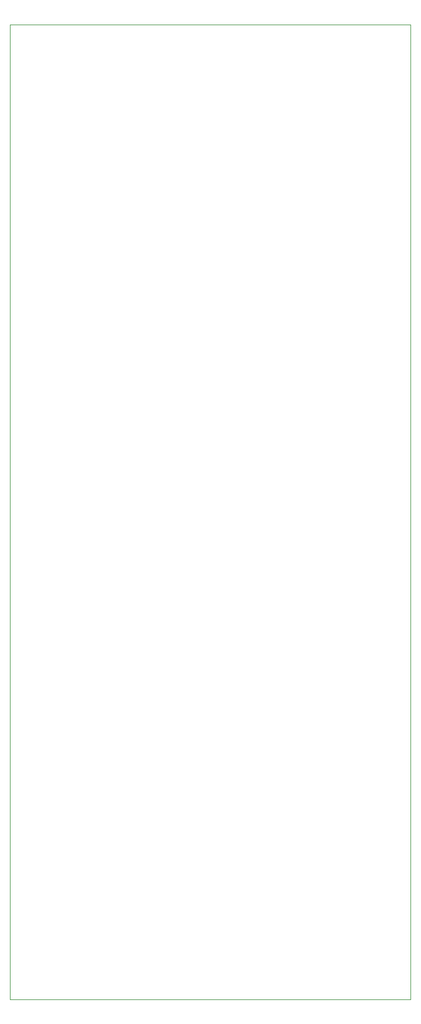
<source format=gm1>
G04 #@! TF.GenerationSoftware,KiCad,Pcbnew,6.0.6-3a73a75311~116~ubuntu20.04.1*
G04 #@! TF.CreationDate,2022-07-16T23:38:47+01:00*
G04 #@! TF.ProjectId,555kick,3535356b-6963-46b2-9e6b-696361645f70,rev?*
G04 #@! TF.SameCoordinates,Original*
G04 #@! TF.FileFunction,Profile,NP*
%FSLAX46Y46*%
G04 Gerber Fmt 4.6, Leading zero omitted, Abs format (unit mm)*
G04 Created by KiCad (PCBNEW 6.0.6-3a73a75311~116~ubuntu20.04.1) date 2022-07-16 23:38:47*
%MOMM*%
%LPD*%
G01*
G04 APERTURE LIST*
G04 #@! TA.AperFunction,Profile*
%ADD10C,0.050000*%
G04 #@! TD*
G04 APERTURE END LIST*
D10*
X109000000Y-186000000D02*
X109000000Y-45000000D01*
X167000000Y-45000000D02*
X167000000Y-186000000D01*
X109000000Y-45000000D02*
X167000000Y-45000000D01*
X167000000Y-186000000D02*
X109000000Y-186000000D01*
M02*

</source>
